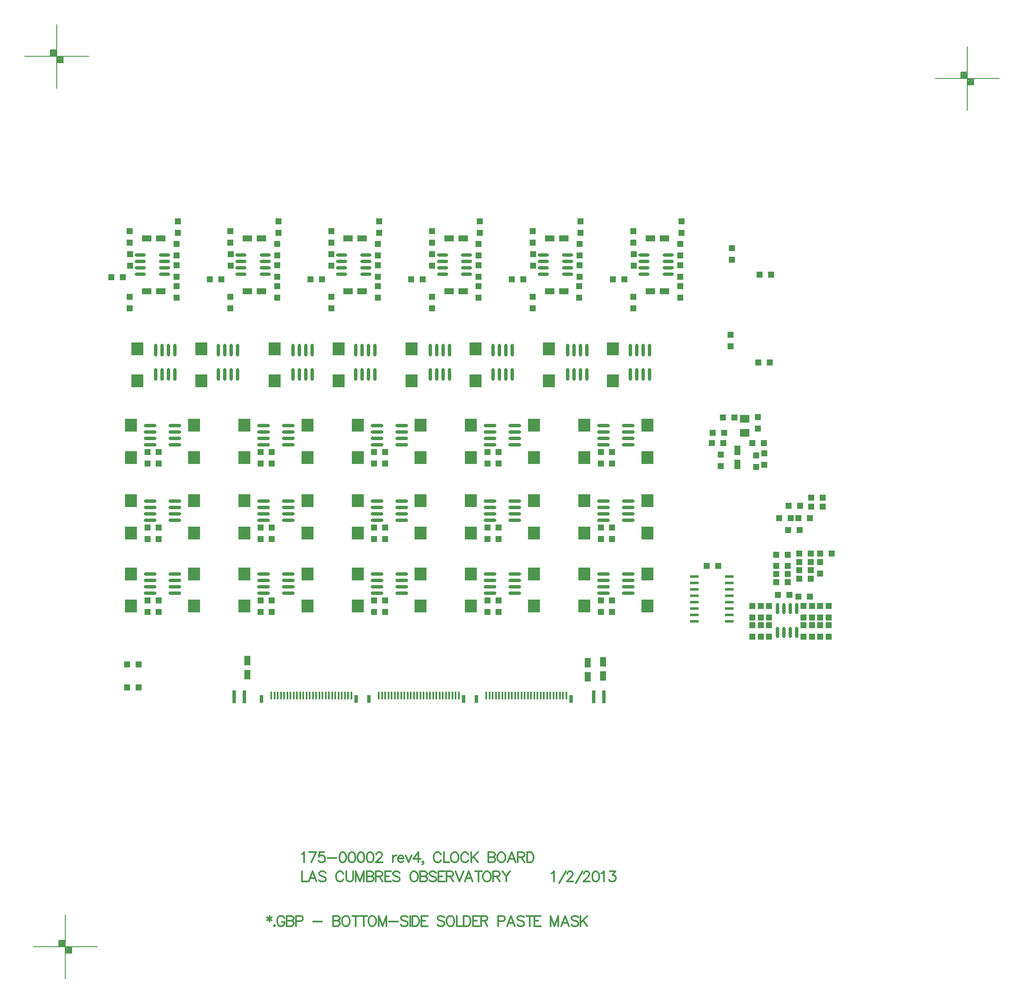
<source format=gbp>
%FSLAX23Y23*%
%MOIN*%
G70*
G01*
G75*
G04 Layer_Color=128*
%ADD10O,0.061X0.010*%
%ADD11O,0.010X0.061*%
%ADD12R,0.035X0.037*%
%ADD13R,0.035X0.037*%
%ADD14R,0.085X0.043*%
%ADD15R,0.085X0.043*%
%ADD16R,0.085X0.138*%
%ADD17R,0.135X0.070*%
%ADD18R,0.036X0.036*%
%ADD19R,0.028X0.036*%
%ADD20R,0.036X0.036*%
%ADD21R,0.100X0.100*%
%ADD22R,0.048X0.078*%
%ADD23R,0.060X0.086*%
%ADD24O,0.024X0.087*%
%ADD25R,0.045X0.017*%
%ADD26R,0.030X0.100*%
%ADD27R,0.014X0.060*%
%ADD28R,0.031X0.060*%
%ADD29O,0.008X0.033*%
%ADD30O,0.033X0.008*%
%ADD31R,0.228X0.228*%
%ADD32O,0.098X0.028*%
%ADD33R,0.050X0.050*%
%ADD34R,0.050X0.050*%
%ADD35R,0.037X0.035*%
%ADD36R,0.037X0.035*%
%ADD37R,0.070X0.135*%
%ADD38R,0.138X0.085*%
%ADD39R,0.043X0.085*%
%ADD40R,0.043X0.085*%
%ADD41C,0.040*%
%ADD42C,0.005*%
%ADD43C,0.010*%
%ADD44C,0.020*%
%ADD45C,0.007*%
%ADD46C,0.012*%
%ADD47R,1.181X0.787*%
%ADD48C,0.008*%
%ADD49C,0.012*%
%ADD50C,0.012*%
%ADD51C,0.020*%
%ADD52C,0.026*%
%ADD53C,0.059*%
%ADD54R,0.059X0.059*%
%ADD55C,0.050*%
%ADD56C,0.236*%
%ADD57C,0.024*%
%ADD58C,0.040*%
%ADD59C,0.030*%
%ADD60C,0.033*%
%ADD61C,0.055*%
G04:AMPARAMS|DCode=62|XSize=70mil|YSize=70mil|CornerRadius=0mil|HoleSize=0mil|Usage=FLASHONLY|Rotation=0.000|XOffset=0mil|YOffset=0mil|HoleType=Round|Shape=Relief|Width=10mil|Gap=10mil|Entries=4|*
%AMTHD62*
7,0,0,0.070,0.050,0.010,45*
%
%ADD62THD62*%
G04:AMPARAMS|DCode=63|XSize=95.433mil|YSize=95.433mil|CornerRadius=0mil|HoleSize=0mil|Usage=FLASHONLY|Rotation=0.000|XOffset=0mil|YOffset=0mil|HoleType=Round|Shape=Relief|Width=10mil|Gap=10mil|Entries=4|*
%AMTHD63*
7,0,0,0.095,0.075,0.010,45*
%
%ADD63THD63*%
%ADD64C,0.045*%
%ADD65R,0.065X0.024*%
%ADD66R,0.094X0.102*%
%ADD67R,0.075X0.063*%
%ADD68O,0.028X0.098*%
%ADD69O,0.087X0.024*%
%ADD70R,0.078X0.048*%
%ADD71R,1.181X0.787*%
%ADD72C,0.010*%
%ADD73C,0.024*%
%ADD74C,0.010*%
%ADD75C,0.008*%
%ADD76C,0.006*%
%ADD77R,0.240X0.165*%
%ADD78R,1.181X0.787*%
%ADD79O,0.065X0.014*%
%ADD80O,0.014X0.065*%
%ADD81R,0.039X0.041*%
%ADD82R,0.039X0.041*%
%ADD83R,0.089X0.047*%
%ADD84R,0.089X0.047*%
%ADD85R,0.089X0.142*%
%ADD86R,0.139X0.074*%
%ADD87R,0.040X0.040*%
%ADD88R,0.032X0.040*%
%ADD89R,0.040X0.040*%
%ADD90R,0.104X0.104*%
%ADD91R,0.052X0.082*%
%ADD92R,0.064X0.090*%
%ADD93O,0.028X0.091*%
%ADD94R,0.049X0.021*%
%ADD95O,0.012X0.037*%
%ADD96O,0.037X0.012*%
%ADD97R,0.232X0.232*%
%ADD98O,0.102X0.032*%
%ADD99R,0.054X0.054*%
%ADD100R,0.054X0.054*%
%ADD101R,0.041X0.039*%
%ADD102R,0.041X0.039*%
%ADD103R,0.074X0.139*%
%ADD104R,0.142X0.089*%
%ADD105R,0.047X0.089*%
%ADD106R,0.047X0.089*%
%ADD107C,0.120*%
%ADD108C,0.080*%
%ADD109C,0.030*%
%ADD110C,0.063*%
%ADD111R,0.063X0.063*%
%ADD112C,0.054*%
%ADD113C,0.240*%
%ADD114C,0.028*%
%ADD115R,1.099X0.163*%
%ADD116R,0.069X0.028*%
%ADD117R,0.098X0.106*%
%ADD118R,0.079X0.067*%
%ADD119O,0.032X0.102*%
%ADD120O,0.091X0.028*%
%ADD121R,0.082X0.052*%
D22*
X26366Y17720D02*
D03*
Y17610D02*
D03*
X25196Y16060D02*
D03*
Y15950D02*
D03*
X25316Y16065D02*
D03*
Y15955D02*
D03*
X22536Y15965D02*
D03*
Y16075D02*
D03*
D24*
X26678Y16484D02*
D03*
X26728D02*
D03*
X26778D02*
D03*
X26828D02*
D03*
X26678Y16295D02*
D03*
X26728D02*
D03*
X26778D02*
D03*
X26828D02*
D03*
D26*
X25320Y15794D02*
D03*
X25241D02*
D03*
X22510Y15794D02*
D03*
X22431D02*
D03*
D27*
X23347Y15803D02*
D03*
X22722D02*
D03*
X25028Y15804D02*
D03*
X25003D02*
D03*
X24978D02*
D03*
X24953D02*
D03*
X24928D02*
D03*
X24903D02*
D03*
X24878D02*
D03*
X24853D02*
D03*
X24828D02*
D03*
X24803D02*
D03*
X24778D02*
D03*
X24753D02*
D03*
X24728D02*
D03*
X24703D02*
D03*
X24678D02*
D03*
X24653D02*
D03*
X24628D02*
D03*
X24603D02*
D03*
X24578D02*
D03*
X24553D02*
D03*
X24528D02*
D03*
X24503D02*
D03*
X24478D02*
D03*
X24453D02*
D03*
X24428D02*
D03*
X24403D02*
D03*
X24187Y15803D02*
D03*
X24162D02*
D03*
X24137D02*
D03*
X24112D02*
D03*
X24087D02*
D03*
X24062D02*
D03*
X24037D02*
D03*
X24012D02*
D03*
X23987D02*
D03*
X23962D02*
D03*
X23937D02*
D03*
X23912D02*
D03*
X23887D02*
D03*
X23862D02*
D03*
X23837D02*
D03*
X23812D02*
D03*
X23787D02*
D03*
X23762D02*
D03*
X23737D02*
D03*
X23712D02*
D03*
X23687D02*
D03*
X23662D02*
D03*
X23637D02*
D03*
X23612D02*
D03*
X23587D02*
D03*
X23562D02*
D03*
X23322D02*
D03*
X23297D02*
D03*
X23272D02*
D03*
X23247D02*
D03*
X23222D02*
D03*
X23197D02*
D03*
X23172D02*
D03*
X23147D02*
D03*
X23122D02*
D03*
X23097D02*
D03*
X23072D02*
D03*
X23047D02*
D03*
X23022D02*
D03*
X22997D02*
D03*
X22972D02*
D03*
X22947D02*
D03*
X22922D02*
D03*
X22897D02*
D03*
X22872D02*
D03*
X22847D02*
D03*
X22822D02*
D03*
X22797D02*
D03*
X22772D02*
D03*
X22747D02*
D03*
D28*
X25065Y15776D02*
D03*
X24325D02*
D03*
X24225D02*
D03*
X23485D02*
D03*
X23385D02*
D03*
X22645D02*
D03*
D32*
X24433Y16603D02*
D03*
Y16653D02*
D03*
Y16703D02*
D03*
Y16753D02*
D03*
X24626Y16603D02*
D03*
Y16653D02*
D03*
Y16703D02*
D03*
Y16753D02*
D03*
X23547Y16603D02*
D03*
Y16653D02*
D03*
Y16703D02*
D03*
Y16753D02*
D03*
X23740Y16603D02*
D03*
Y16653D02*
D03*
Y16703D02*
D03*
Y16753D02*
D03*
X23547Y17174D02*
D03*
Y17224D02*
D03*
Y17274D02*
D03*
Y17324D02*
D03*
X23740Y17174D02*
D03*
Y17224D02*
D03*
Y17274D02*
D03*
Y17324D02*
D03*
X22661Y17174D02*
D03*
Y17224D02*
D03*
Y17274D02*
D03*
Y17324D02*
D03*
X22854Y17174D02*
D03*
Y17224D02*
D03*
Y17274D02*
D03*
Y17324D02*
D03*
X25511Y16753D02*
D03*
Y16703D02*
D03*
Y16653D02*
D03*
Y16603D02*
D03*
X25319Y16753D02*
D03*
Y16703D02*
D03*
Y16653D02*
D03*
Y16603D02*
D03*
X22854Y16753D02*
D03*
Y16703D02*
D03*
Y16653D02*
D03*
Y16603D02*
D03*
X22661Y16753D02*
D03*
Y16703D02*
D03*
Y16653D02*
D03*
Y16603D02*
D03*
X21968Y16753D02*
D03*
Y16703D02*
D03*
Y16653D02*
D03*
Y16603D02*
D03*
X21775Y16753D02*
D03*
Y16703D02*
D03*
Y16653D02*
D03*
Y16603D02*
D03*
X25511Y17324D02*
D03*
Y17274D02*
D03*
Y17224D02*
D03*
Y17174D02*
D03*
X25319Y17324D02*
D03*
Y17274D02*
D03*
Y17224D02*
D03*
Y17174D02*
D03*
X24626Y17324D02*
D03*
Y17274D02*
D03*
Y17224D02*
D03*
Y17174D02*
D03*
X24433Y17324D02*
D03*
Y17274D02*
D03*
Y17224D02*
D03*
Y17174D02*
D03*
X21968Y17324D02*
D03*
Y17274D02*
D03*
Y17224D02*
D03*
Y17174D02*
D03*
X21775Y17324D02*
D03*
Y17274D02*
D03*
Y17224D02*
D03*
Y17174D02*
D03*
X21968Y17914D02*
D03*
Y17864D02*
D03*
Y17814D02*
D03*
Y17764D02*
D03*
X21775Y17914D02*
D03*
Y17864D02*
D03*
Y17814D02*
D03*
Y17764D02*
D03*
X23740Y17914D02*
D03*
Y17864D02*
D03*
Y17814D02*
D03*
Y17764D02*
D03*
X23547Y17914D02*
D03*
Y17864D02*
D03*
Y17814D02*
D03*
Y17764D02*
D03*
X24626Y17914D02*
D03*
Y17864D02*
D03*
Y17814D02*
D03*
Y17764D02*
D03*
X24433Y17914D02*
D03*
Y17864D02*
D03*
Y17814D02*
D03*
Y17764D02*
D03*
X22661D02*
D03*
Y17814D02*
D03*
Y17864D02*
D03*
Y17914D02*
D03*
X22854Y17764D02*
D03*
Y17814D02*
D03*
Y17864D02*
D03*
Y17914D02*
D03*
X25319Y17764D02*
D03*
Y17814D02*
D03*
Y17864D02*
D03*
Y17914D02*
D03*
X25511Y17764D02*
D03*
Y17814D02*
D03*
Y17864D02*
D03*
Y17914D02*
D03*
D33*
X26669Y16689D02*
D03*
X26759D02*
D03*
X26124Y16817D02*
D03*
X26214D02*
D03*
X26770Y16588D02*
D03*
X26680D02*
D03*
X26841Y16577D02*
D03*
X26931D02*
D03*
X27031Y17280D02*
D03*
X26941D02*
D03*
X26618Y18407D02*
D03*
X26528D02*
D03*
X26627Y19094D02*
D03*
X26537D02*
D03*
X26171Y17855D02*
D03*
X26261D02*
D03*
X26251Y17975D02*
D03*
X26341D02*
D03*
X26765Y17285D02*
D03*
X26855D02*
D03*
X26166Y17775D02*
D03*
X26256D02*
D03*
X26760Y17095D02*
D03*
X26850D02*
D03*
X26571Y17775D02*
D03*
X26481D02*
D03*
X26938Y16847D02*
D03*
X26848D02*
D03*
X26668Y16902D02*
D03*
X26758D02*
D03*
X21595Y16045D02*
D03*
X21685D02*
D03*
X21685Y15865D02*
D03*
X21595D02*
D03*
X26780Y17190D02*
D03*
X26690D02*
D03*
X26840Y17190D02*
D03*
X26930D02*
D03*
X26938Y16782D02*
D03*
X26848D02*
D03*
X26940Y17350D02*
D03*
X27030D02*
D03*
X27013Y16912D02*
D03*
X27103D02*
D03*
X26848Y16717D02*
D03*
X26938D02*
D03*
X26758Y16752D02*
D03*
X26668D02*
D03*
X26758Y16817D02*
D03*
X26668D02*
D03*
X26938Y16912D02*
D03*
X26848D02*
D03*
X21562Y19072D02*
D03*
X21472D02*
D03*
X22331Y19056D02*
D03*
X22241D02*
D03*
X23119D02*
D03*
X23029D02*
D03*
X23906D02*
D03*
X23816D02*
D03*
X24693D02*
D03*
X24603D02*
D03*
X25391D02*
D03*
X25481D02*
D03*
D34*
X26313Y18532D02*
D03*
Y18622D02*
D03*
X26322Y19209D02*
D03*
Y19299D02*
D03*
X26236Y17595D02*
D03*
Y17685D02*
D03*
X26511Y17590D02*
D03*
Y17680D02*
D03*
X26526Y17980D02*
D03*
Y17890D02*
D03*
X26576Y17695D02*
D03*
Y17605D02*
D03*
X27078Y16414D02*
D03*
Y16504D02*
D03*
X26948Y16414D02*
D03*
Y16504D02*
D03*
X27013Y16504D02*
D03*
Y16414D02*
D03*
X26883Y16504D02*
D03*
Y16414D02*
D03*
X26483Y16504D02*
D03*
Y16414D02*
D03*
X27078Y16264D02*
D03*
Y16354D02*
D03*
X26883Y16354D02*
D03*
Y16264D02*
D03*
X26948D02*
D03*
Y16354D02*
D03*
X27013Y16757D02*
D03*
Y16847D02*
D03*
X24411Y16546D02*
D03*
Y16456D02*
D03*
X23525Y16546D02*
D03*
Y16456D02*
D03*
Y17116D02*
D03*
Y17026D02*
D03*
X22639Y17116D02*
D03*
Y17026D02*
D03*
X24498Y16456D02*
D03*
Y16546D02*
D03*
X23612Y16456D02*
D03*
Y16546D02*
D03*
Y17026D02*
D03*
Y17116D02*
D03*
X22726Y17026D02*
D03*
Y17116D02*
D03*
X25297Y16456D02*
D03*
Y16546D02*
D03*
X22639Y16456D02*
D03*
Y16546D02*
D03*
X21754Y16456D02*
D03*
Y16546D02*
D03*
X25297Y17026D02*
D03*
Y17116D02*
D03*
X24411Y17026D02*
D03*
Y17116D02*
D03*
X21754Y17026D02*
D03*
Y17116D02*
D03*
X25384Y16546D02*
D03*
Y16456D02*
D03*
X22726Y16546D02*
D03*
Y16456D02*
D03*
X21840Y16546D02*
D03*
Y16456D02*
D03*
X25384Y17116D02*
D03*
Y17026D02*
D03*
X24498Y17116D02*
D03*
Y17026D02*
D03*
X21840Y17116D02*
D03*
Y17026D02*
D03*
X21990Y19420D02*
D03*
Y19510D02*
D03*
X22777Y19420D02*
D03*
Y19510D02*
D03*
X23564Y19420D02*
D03*
Y19510D02*
D03*
X24352Y19420D02*
D03*
Y19510D02*
D03*
X25139Y19420D02*
D03*
Y19510D02*
D03*
X25927D02*
D03*
Y19420D02*
D03*
X21617Y19164D02*
D03*
Y19254D02*
D03*
X22404Y19164D02*
D03*
Y19254D02*
D03*
X23192Y19164D02*
D03*
Y19254D02*
D03*
X23979Y19164D02*
D03*
Y19254D02*
D03*
X24767Y19164D02*
D03*
Y19254D02*
D03*
X25554Y19164D02*
D03*
Y19254D02*
D03*
X21616Y18829D02*
D03*
Y18919D02*
D03*
X22403Y18829D02*
D03*
Y18919D02*
D03*
X23190Y18829D02*
D03*
Y18919D02*
D03*
X23978Y18829D02*
D03*
Y18919D02*
D03*
X24765Y18829D02*
D03*
Y18919D02*
D03*
X25553Y18829D02*
D03*
Y18919D02*
D03*
X21981Y19165D02*
D03*
Y19075D02*
D03*
X22769Y19165D02*
D03*
Y19075D02*
D03*
X23556Y19165D02*
D03*
Y19075D02*
D03*
X24343Y19165D02*
D03*
Y19075D02*
D03*
X25131Y19165D02*
D03*
Y19075D02*
D03*
X25918Y19165D02*
D03*
Y19075D02*
D03*
X21840Y17707D02*
D03*
Y17617D02*
D03*
X23612Y17707D02*
D03*
Y17617D02*
D03*
X24498Y17707D02*
D03*
Y17617D02*
D03*
X21754D02*
D03*
Y17707D02*
D03*
X23525Y17617D02*
D03*
Y17707D02*
D03*
X24411Y17617D02*
D03*
Y17707D02*
D03*
X21616Y19431D02*
D03*
Y19341D02*
D03*
X22403Y19431D02*
D03*
Y19341D02*
D03*
X23190Y19431D02*
D03*
Y19341D02*
D03*
X23978Y19431D02*
D03*
Y19341D02*
D03*
X24765Y19431D02*
D03*
Y19341D02*
D03*
X25553D02*
D03*
Y19431D02*
D03*
X21980Y19004D02*
D03*
Y18914D02*
D03*
X22767Y19004D02*
D03*
Y18914D02*
D03*
X23555Y19004D02*
D03*
Y18914D02*
D03*
X24342Y19004D02*
D03*
Y18914D02*
D03*
X25129Y19004D02*
D03*
Y18914D02*
D03*
X25917Y19004D02*
D03*
Y18914D02*
D03*
X21981Y19333D02*
D03*
Y19243D02*
D03*
X22769Y19333D02*
D03*
Y19243D02*
D03*
X23556Y19333D02*
D03*
Y19243D02*
D03*
X24343Y19333D02*
D03*
Y19243D02*
D03*
X25131Y19333D02*
D03*
Y19243D02*
D03*
X25918D02*
D03*
Y19333D02*
D03*
X22726Y17617D02*
D03*
Y17707D02*
D03*
X25384Y17617D02*
D03*
Y17707D02*
D03*
X22639D02*
D03*
Y17617D02*
D03*
X25297Y17707D02*
D03*
Y17617D02*
D03*
X27013Y16264D02*
D03*
Y16354D02*
D03*
X26548Y16354D02*
D03*
Y16264D02*
D03*
X26612Y16354D02*
D03*
Y16264D02*
D03*
X26483Y16264D02*
D03*
Y16354D02*
D03*
X26548Y16414D02*
D03*
Y16504D02*
D03*
X26612Y16414D02*
D03*
Y16504D02*
D03*
D48*
X20861Y13840D02*
X21361D01*
X21111Y13590D02*
Y14090D01*
X21061Y13840D02*
Y13890D01*
X21111D01*
X21161Y13790D02*
Y13840D01*
X21111Y13790D02*
X21161D01*
X21116Y13835D02*
X21156D01*
Y13795D02*
Y13835D01*
X21116Y13795D02*
X21156D01*
X21116D02*
Y13835D01*
X21121Y13830D02*
X21151D01*
Y13800D02*
Y13830D01*
X21121Y13800D02*
X21151D01*
X21121D02*
Y13825D01*
X21126D02*
X21146D01*
Y13805D02*
Y13825D01*
X21126Y13805D02*
X21146D01*
X21126D02*
Y13820D01*
X21131D02*
X21141D01*
Y13810D02*
Y13820D01*
X21131Y13810D02*
X21141D01*
X21131D02*
Y13820D01*
Y13815D02*
X21141D01*
X21066Y13885D02*
X21106D01*
Y13845D02*
Y13885D01*
X21066Y13845D02*
X21106D01*
X21066D02*
Y13885D01*
X21071Y13880D02*
X21101D01*
Y13850D02*
Y13880D01*
X21071Y13850D02*
X21101D01*
X21071D02*
Y13875D01*
X21076D02*
X21096D01*
Y13855D02*
Y13875D01*
X21076Y13855D02*
X21096D01*
X21076D02*
Y13870D01*
X21081D02*
X21091D01*
Y13860D02*
Y13870D01*
X21081Y13860D02*
X21091D01*
X21081D02*
Y13870D01*
Y13865D02*
X21091D01*
X20796Y20800D02*
X21296D01*
X21046Y20550D02*
Y21050D01*
X20996Y20800D02*
Y20850D01*
X21046D01*
X21096Y20750D02*
Y20800D01*
X21046Y20750D02*
X21096D01*
X21051Y20795D02*
X21091D01*
Y20755D02*
Y20795D01*
X21051Y20755D02*
X21091D01*
X21051D02*
Y20795D01*
X21056Y20790D02*
X21086D01*
Y20760D02*
Y20790D01*
X21056Y20760D02*
X21086D01*
X21056D02*
Y20785D01*
X21061D02*
X21081D01*
Y20765D02*
Y20785D01*
X21061Y20765D02*
X21081D01*
X21061D02*
Y20780D01*
X21066D02*
X21076D01*
Y20770D02*
Y20780D01*
X21066Y20770D02*
X21076D01*
X21066D02*
Y20780D01*
Y20775D02*
X21076D01*
X21001Y20845D02*
X21041D01*
Y20805D02*
Y20845D01*
X21001Y20805D02*
X21041D01*
X21001D02*
Y20845D01*
X21006Y20840D02*
X21036D01*
Y20810D02*
Y20840D01*
X21006Y20810D02*
X21036D01*
X21006D02*
Y20835D01*
X21011D02*
X21031D01*
Y20815D02*
Y20835D01*
X21011Y20815D02*
X21031D01*
X21011D02*
Y20830D01*
X21016D02*
X21026D01*
Y20820D02*
Y20830D01*
X21016Y20820D02*
X21026D01*
X21016D02*
Y20830D01*
Y20825D02*
X21026D01*
X27911Y20625D02*
X28411D01*
X28161Y20375D02*
Y20875D01*
X28111Y20625D02*
Y20675D01*
X28161D01*
X28211Y20575D02*
Y20625D01*
X28161Y20575D02*
X28211D01*
X28166Y20620D02*
X28206D01*
Y20580D02*
Y20620D01*
X28166Y20580D02*
X28206D01*
X28166D02*
Y20620D01*
X28171Y20615D02*
X28201D01*
Y20585D02*
Y20615D01*
X28171Y20585D02*
X28201D01*
X28171D02*
Y20610D01*
X28176D02*
X28196D01*
Y20590D02*
Y20610D01*
X28176Y20590D02*
X28196D01*
X28176D02*
Y20605D01*
X28181D02*
X28191D01*
Y20595D02*
Y20605D01*
X28181Y20595D02*
X28191D01*
X28181D02*
Y20605D01*
Y20600D02*
X28191D01*
X28116Y20670D02*
X28156D01*
Y20630D02*
Y20670D01*
X28116Y20630D02*
X28156D01*
X28116D02*
Y20670D01*
X28121Y20665D02*
X28151D01*
Y20635D02*
Y20665D01*
X28121Y20635D02*
X28151D01*
X28121D02*
Y20660D01*
X28126D02*
X28146D01*
Y20640D02*
Y20660D01*
X28126Y20640D02*
X28146D01*
X28126D02*
Y20655D01*
X28131D02*
X28141D01*
Y20645D02*
Y20655D01*
X28131Y20645D02*
X28141D01*
X28131D02*
Y20655D01*
Y20650D02*
X28141D01*
D49*
X22960Y14428D02*
Y14348D01*
X23006D01*
X23076D02*
X23045Y14428D01*
X23015Y14348D01*
X23026Y14375D02*
X23064D01*
X23148Y14417D02*
X23140Y14424D01*
X23129Y14428D01*
X23113D01*
X23102Y14424D01*
X23094Y14417D01*
Y14409D01*
X23098Y14401D01*
X23102Y14398D01*
X23110Y14394D01*
X23132Y14386D01*
X23140Y14382D01*
X23144Y14379D01*
X23148Y14371D01*
Y14360D01*
X23140Y14352D01*
X23129Y14348D01*
X23113D01*
X23102Y14352D01*
X23094Y14360D01*
X23286Y14409D02*
X23282Y14417D01*
X23274Y14424D01*
X23267Y14428D01*
X23251D01*
X23244Y14424D01*
X23236Y14417D01*
X23232Y14409D01*
X23228Y14398D01*
Y14379D01*
X23232Y14367D01*
X23236Y14360D01*
X23244Y14352D01*
X23251Y14348D01*
X23267D01*
X23274Y14352D01*
X23282Y14360D01*
X23286Y14367D01*
X23308Y14428D02*
Y14371D01*
X23312Y14360D01*
X23319Y14352D01*
X23331Y14348D01*
X23339D01*
X23350Y14352D01*
X23358Y14360D01*
X23361Y14371D01*
Y14428D01*
X23383D02*
Y14348D01*
Y14428D02*
X23414Y14348D01*
X23444Y14428D02*
X23414Y14348D01*
X23444Y14428D02*
Y14348D01*
X23467Y14428D02*
Y14348D01*
Y14428D02*
X23502D01*
X23513Y14424D01*
X23517Y14420D01*
X23521Y14413D01*
Y14405D01*
X23517Y14398D01*
X23513Y14394D01*
X23502Y14390D01*
X23467D02*
X23502D01*
X23513Y14386D01*
X23517Y14382D01*
X23521Y14375D01*
Y14363D01*
X23517Y14356D01*
X23513Y14352D01*
X23502Y14348D01*
X23467D01*
X23538Y14428D02*
Y14348D01*
Y14428D02*
X23573D01*
X23584Y14424D01*
X23588Y14420D01*
X23592Y14413D01*
Y14405D01*
X23588Y14398D01*
X23584Y14394D01*
X23573Y14390D01*
X23538D01*
X23565D02*
X23592Y14348D01*
X23659Y14428D02*
X23610D01*
Y14348D01*
X23659D01*
X23610Y14390D02*
X23640D01*
X23726Y14417D02*
X23718Y14424D01*
X23707Y14428D01*
X23692D01*
X23680Y14424D01*
X23673Y14417D01*
Y14409D01*
X23676Y14401D01*
X23680Y14398D01*
X23688Y14394D01*
X23711Y14386D01*
X23718Y14382D01*
X23722Y14379D01*
X23726Y14371D01*
Y14360D01*
X23718Y14352D01*
X23707Y14348D01*
X23692D01*
X23680Y14352D01*
X23673Y14360D01*
X23829Y14428D02*
X23822Y14424D01*
X23814Y14417D01*
X23810Y14409D01*
X23807Y14398D01*
Y14379D01*
X23810Y14367D01*
X23814Y14360D01*
X23822Y14352D01*
X23829Y14348D01*
X23845D01*
X23852Y14352D01*
X23860Y14360D01*
X23864Y14367D01*
X23868Y14379D01*
Y14398D01*
X23864Y14409D01*
X23860Y14417D01*
X23852Y14424D01*
X23845Y14428D01*
X23829D01*
X23886D02*
Y14348D01*
Y14428D02*
X23920D01*
X23932Y14424D01*
X23936Y14420D01*
X23940Y14413D01*
Y14405D01*
X23936Y14398D01*
X23932Y14394D01*
X23920Y14390D01*
X23886D02*
X23920D01*
X23932Y14386D01*
X23936Y14382D01*
X23940Y14375D01*
Y14363D01*
X23936Y14356D01*
X23932Y14352D01*
X23920Y14348D01*
X23886D01*
X24011Y14417D02*
X24003Y14424D01*
X23992Y14428D01*
X23976D01*
X23965Y14424D01*
X23957Y14417D01*
Y14409D01*
X23961Y14401D01*
X23965Y14398D01*
X23973Y14394D01*
X23996Y14386D01*
X24003Y14382D01*
X24007Y14379D01*
X24011Y14371D01*
Y14360D01*
X24003Y14352D01*
X23992Y14348D01*
X23976D01*
X23965Y14352D01*
X23957Y14360D01*
X24078Y14428D02*
X24029D01*
Y14348D01*
X24078D01*
X24029Y14390D02*
X24059D01*
X24091Y14428D02*
Y14348D01*
Y14428D02*
X24126D01*
X24137Y14424D01*
X24141Y14420D01*
X24145Y14413D01*
Y14405D01*
X24141Y14398D01*
X24137Y14394D01*
X24126Y14390D01*
X24091D01*
X24118D02*
X24145Y14348D01*
X24163Y14428D02*
X24193Y14348D01*
X24224Y14428D02*
X24193Y14348D01*
X24295D02*
X24264Y14428D01*
X24234Y14348D01*
X24245Y14375D02*
X24283D01*
X24340Y14428D02*
Y14348D01*
X24314Y14428D02*
X24367D01*
X24399D02*
X24392Y14424D01*
X24384Y14417D01*
X24380Y14409D01*
X24376Y14398D01*
Y14379D01*
X24380Y14367D01*
X24384Y14360D01*
X24392Y14352D01*
X24399Y14348D01*
X24414D01*
X24422Y14352D01*
X24430Y14360D01*
X24434Y14367D01*
X24437Y14379D01*
Y14398D01*
X24434Y14409D01*
X24430Y14417D01*
X24422Y14424D01*
X24414Y14428D01*
X24399D01*
X24456D02*
Y14348D01*
Y14428D02*
X24490D01*
X24502Y14424D01*
X24505Y14420D01*
X24509Y14413D01*
Y14405D01*
X24505Y14398D01*
X24502Y14394D01*
X24490Y14390D01*
X24456D01*
X24483D02*
X24509Y14348D01*
X24527Y14428D02*
X24558Y14390D01*
Y14348D01*
X24588Y14428D02*
X24558Y14390D01*
X24913Y14413D02*
X24920Y14417D01*
X24932Y14428D01*
Y14348D01*
X24971Y14337D02*
X25025Y14428D01*
X25034Y14409D02*
Y14413D01*
X25038Y14420D01*
X25041Y14424D01*
X25049Y14428D01*
X25064D01*
X25072Y14424D01*
X25076Y14420D01*
X25079Y14413D01*
Y14405D01*
X25076Y14398D01*
X25068Y14386D01*
X25030Y14348D01*
X25083D01*
X25101Y14337D02*
X25154Y14428D01*
X25164Y14409D02*
Y14413D01*
X25167Y14420D01*
X25171Y14424D01*
X25179Y14428D01*
X25194D01*
X25202Y14424D01*
X25206Y14420D01*
X25209Y14413D01*
Y14405D01*
X25206Y14398D01*
X25198Y14386D01*
X25160Y14348D01*
X25213D01*
X25254Y14428D02*
X25242Y14424D01*
X25235Y14413D01*
X25231Y14394D01*
Y14382D01*
X25235Y14363D01*
X25242Y14352D01*
X25254Y14348D01*
X25262D01*
X25273Y14352D01*
X25281Y14363D01*
X25284Y14382D01*
Y14394D01*
X25281Y14413D01*
X25273Y14424D01*
X25262Y14428D01*
X25254D01*
X25302Y14413D02*
X25310Y14417D01*
X25321Y14428D01*
Y14348D01*
X25369Y14428D02*
X25410D01*
X25388Y14398D01*
X25399D01*
X25407Y14394D01*
X25410Y14390D01*
X25414Y14379D01*
Y14371D01*
X25410Y14360D01*
X25403Y14352D01*
X25391Y14348D01*
X25380D01*
X25369Y14352D01*
X25365Y14356D01*
X25361Y14363D01*
D50*
X22707Y14080D02*
Y14035D01*
X22688Y14069D02*
X22726Y14046D01*
Y14069D02*
X22688Y14046D01*
X22747Y14008D02*
X22743Y14004D01*
X22747Y14000D01*
X22750Y14004D01*
X22747Y14008D01*
X22825Y14061D02*
X22821Y14069D01*
X22814Y14077D01*
X22806Y14080D01*
X22791D01*
X22783Y14077D01*
X22775Y14069D01*
X22772Y14061D01*
X22768Y14050D01*
Y14031D01*
X22772Y14020D01*
X22775Y14012D01*
X22783Y14004D01*
X22791Y14000D01*
X22806D01*
X22814Y14004D01*
X22821Y14012D01*
X22825Y14020D01*
Y14031D01*
X22806D02*
X22825D01*
X22843Y14080D02*
Y14000D01*
Y14080D02*
X22878D01*
X22889Y14077D01*
X22893Y14073D01*
X22897Y14065D01*
Y14058D01*
X22893Y14050D01*
X22889Y14046D01*
X22878Y14042D01*
X22843D02*
X22878D01*
X22889Y14039D01*
X22893Y14035D01*
X22897Y14027D01*
Y14016D01*
X22893Y14008D01*
X22889Y14004D01*
X22878Y14000D01*
X22843D01*
X22914Y14039D02*
X22949D01*
X22960Y14042D01*
X22964Y14046D01*
X22968Y14054D01*
Y14065D01*
X22964Y14073D01*
X22960Y14077D01*
X22949Y14080D01*
X22914D01*
Y14000D01*
X23049Y14035D02*
X23117D01*
X23204Y14080D02*
Y14000D01*
Y14080D02*
X23238D01*
X23249Y14077D01*
X23253Y14073D01*
X23257Y14065D01*
Y14058D01*
X23253Y14050D01*
X23249Y14046D01*
X23238Y14042D01*
X23204D02*
X23238D01*
X23249Y14039D01*
X23253Y14035D01*
X23257Y14027D01*
Y14016D01*
X23253Y14008D01*
X23249Y14004D01*
X23238Y14000D01*
X23204D01*
X23298Y14080D02*
X23290Y14077D01*
X23282Y14069D01*
X23279Y14061D01*
X23275Y14050D01*
Y14031D01*
X23279Y14020D01*
X23282Y14012D01*
X23290Y14004D01*
X23298Y14000D01*
X23313D01*
X23321Y14004D01*
X23328Y14012D01*
X23332Y14020D01*
X23336Y14031D01*
Y14050D01*
X23332Y14061D01*
X23328Y14069D01*
X23321Y14077D01*
X23313Y14080D01*
X23298D01*
X23381D02*
Y14000D01*
X23354Y14080D02*
X23408D01*
X23444D02*
Y14000D01*
X23417Y14080D02*
X23471D01*
X23503D02*
X23495Y14077D01*
X23488Y14069D01*
X23484Y14061D01*
X23480Y14050D01*
Y14031D01*
X23484Y14020D01*
X23488Y14012D01*
X23495Y14004D01*
X23503Y14000D01*
X23518D01*
X23526Y14004D01*
X23533Y14012D01*
X23537Y14020D01*
X23541Y14031D01*
Y14050D01*
X23537Y14061D01*
X23533Y14069D01*
X23526Y14077D01*
X23518Y14080D01*
X23503D01*
X23560D02*
Y14000D01*
Y14080D02*
X23590Y14000D01*
X23621Y14080D02*
X23590Y14000D01*
X23621Y14080D02*
Y14000D01*
X23643Y14035D02*
X23712D01*
X23789Y14069D02*
X23781Y14077D01*
X23770Y14080D01*
X23755D01*
X23743Y14077D01*
X23736Y14069D01*
Y14061D01*
X23739Y14054D01*
X23743Y14050D01*
X23751Y14046D01*
X23774Y14039D01*
X23781Y14035D01*
X23785Y14031D01*
X23789Y14023D01*
Y14012D01*
X23781Y14004D01*
X23770Y14000D01*
X23755D01*
X23743Y14004D01*
X23736Y14012D01*
X23807Y14080D02*
Y14000D01*
X23824Y14080D02*
Y14000D01*
Y14080D02*
X23850D01*
X23862Y14077D01*
X23869Y14069D01*
X23873Y14061D01*
X23877Y14050D01*
Y14031D01*
X23873Y14020D01*
X23869Y14012D01*
X23862Y14004D01*
X23850Y14000D01*
X23824D01*
X23944Y14080D02*
X23895D01*
Y14000D01*
X23944D01*
X23895Y14042D02*
X23925D01*
X24074Y14069D02*
X24066Y14077D01*
X24055Y14080D01*
X24040D01*
X24028Y14077D01*
X24021Y14069D01*
Y14061D01*
X24024Y14054D01*
X24028Y14050D01*
X24036Y14046D01*
X24059Y14039D01*
X24066Y14035D01*
X24070Y14031D01*
X24074Y14023D01*
Y14012D01*
X24066Y14004D01*
X24055Y14000D01*
X24040D01*
X24028Y14004D01*
X24021Y14012D01*
X24115Y14080D02*
X24107Y14077D01*
X24099Y14069D01*
X24096Y14061D01*
X24092Y14050D01*
Y14031D01*
X24096Y14020D01*
X24099Y14012D01*
X24107Y14004D01*
X24115Y14000D01*
X24130D01*
X24137Y14004D01*
X24145Y14012D01*
X24149Y14020D01*
X24153Y14031D01*
Y14050D01*
X24149Y14061D01*
X24145Y14069D01*
X24137Y14077D01*
X24130Y14080D01*
X24115D01*
X24171D02*
Y14000D01*
X24217D01*
X24226Y14080D02*
Y14000D01*
Y14080D02*
X24252D01*
X24264Y14077D01*
X24272Y14069D01*
X24275Y14061D01*
X24279Y14050D01*
Y14031D01*
X24275Y14020D01*
X24272Y14012D01*
X24264Y14004D01*
X24252Y14000D01*
X24226D01*
X24347Y14080D02*
X24297D01*
Y14000D01*
X24347D01*
X24297Y14042D02*
X24328D01*
X24360Y14080D02*
Y14000D01*
Y14080D02*
X24394D01*
X24406Y14077D01*
X24409Y14073D01*
X24413Y14065D01*
Y14058D01*
X24409Y14050D01*
X24406Y14046D01*
X24394Y14042D01*
X24360D01*
X24387D02*
X24413Y14000D01*
X24494Y14039D02*
X24528D01*
X24540Y14042D01*
X24543Y14046D01*
X24547Y14054D01*
Y14065D01*
X24543Y14073D01*
X24540Y14077D01*
X24528Y14080D01*
X24494D01*
Y14000D01*
X24626D02*
X24596Y14080D01*
X24565Y14000D01*
X24577Y14027D02*
X24615D01*
X24698Y14069D02*
X24690Y14077D01*
X24679Y14080D01*
X24664D01*
X24652Y14077D01*
X24645Y14069D01*
Y14061D01*
X24649Y14054D01*
X24652Y14050D01*
X24660Y14046D01*
X24683Y14039D01*
X24690Y14035D01*
X24694Y14031D01*
X24698Y14023D01*
Y14012D01*
X24690Y14004D01*
X24679Y14000D01*
X24664D01*
X24652Y14004D01*
X24645Y14012D01*
X24743Y14080D02*
Y14000D01*
X24716Y14080D02*
X24769D01*
X24828D02*
X24779D01*
Y14000D01*
X24828D01*
X24779Y14042D02*
X24809D01*
X24905Y14080D02*
Y14000D01*
Y14080D02*
X24935Y14000D01*
X24965Y14080D02*
X24935Y14000D01*
X24965Y14080D02*
Y14000D01*
X25049D02*
X25019Y14080D01*
X24988Y14000D01*
X25000Y14027D02*
X25038D01*
X25121Y14069D02*
X25114Y14077D01*
X25102Y14080D01*
X25087D01*
X25076Y14077D01*
X25068Y14069D01*
Y14061D01*
X25072Y14054D01*
X25076Y14050D01*
X25083Y14046D01*
X25106Y14039D01*
X25114Y14035D01*
X25117Y14031D01*
X25121Y14023D01*
Y14012D01*
X25114Y14004D01*
X25102Y14000D01*
X25087D01*
X25076Y14004D01*
X25068Y14012D01*
X25139Y14080D02*
Y14000D01*
X25192Y14080D02*
X25139Y14027D01*
X25158Y14046D02*
X25192Y14000D01*
X22960Y14563D02*
X22968Y14567D01*
X22979Y14578D01*
Y14498D01*
X23072Y14578D02*
X23034Y14498D01*
X23019Y14578D02*
X23072D01*
X23136D02*
X23098D01*
X23094Y14544D01*
X23098Y14548D01*
X23109Y14551D01*
X23121D01*
X23132Y14548D01*
X23140Y14540D01*
X23143Y14529D01*
Y14521D01*
X23140Y14510D01*
X23132Y14502D01*
X23121Y14498D01*
X23109D01*
X23098Y14502D01*
X23094Y14506D01*
X23090Y14513D01*
X23161Y14532D02*
X23230D01*
X23276Y14578D02*
X23265Y14574D01*
X23257Y14563D01*
X23254Y14544D01*
Y14532D01*
X23257Y14513D01*
X23265Y14502D01*
X23276Y14498D01*
X23284D01*
X23295Y14502D01*
X23303Y14513D01*
X23307Y14532D01*
Y14544D01*
X23303Y14563D01*
X23295Y14574D01*
X23284Y14578D01*
X23276D01*
X23348D02*
X23336Y14574D01*
X23329Y14563D01*
X23325Y14544D01*
Y14532D01*
X23329Y14513D01*
X23336Y14502D01*
X23348Y14498D01*
X23355D01*
X23367Y14502D01*
X23374Y14513D01*
X23378Y14532D01*
Y14544D01*
X23374Y14563D01*
X23367Y14574D01*
X23355Y14578D01*
X23348D01*
X23419D02*
X23407Y14574D01*
X23400Y14563D01*
X23396Y14544D01*
Y14532D01*
X23400Y14513D01*
X23407Y14502D01*
X23419Y14498D01*
X23426D01*
X23438Y14502D01*
X23446Y14513D01*
X23449Y14532D01*
Y14544D01*
X23446Y14563D01*
X23438Y14574D01*
X23426Y14578D01*
X23419D01*
X23490D02*
X23479Y14574D01*
X23471Y14563D01*
X23467Y14544D01*
Y14532D01*
X23471Y14513D01*
X23479Y14502D01*
X23490Y14498D01*
X23498D01*
X23509Y14502D01*
X23517Y14513D01*
X23521Y14532D01*
Y14544D01*
X23517Y14563D01*
X23509Y14574D01*
X23498Y14578D01*
X23490D01*
X23542Y14559D02*
Y14563D01*
X23546Y14570D01*
X23550Y14574D01*
X23558Y14578D01*
X23573D01*
X23580Y14574D01*
X23584Y14570D01*
X23588Y14563D01*
Y14555D01*
X23584Y14548D01*
X23577Y14536D01*
X23538Y14498D01*
X23592D01*
X23673Y14551D02*
Y14498D01*
Y14529D02*
X23676Y14540D01*
X23684Y14548D01*
X23692Y14551D01*
X23703D01*
X23710Y14529D02*
X23756D01*
Y14536D01*
X23752Y14544D01*
X23748Y14548D01*
X23741Y14551D01*
X23729D01*
X23722Y14548D01*
X23714Y14540D01*
X23710Y14529D01*
Y14521D01*
X23714Y14510D01*
X23722Y14502D01*
X23729Y14498D01*
X23741D01*
X23748Y14502D01*
X23756Y14510D01*
X23773Y14551D02*
X23796Y14498D01*
X23819Y14551D02*
X23796Y14498D01*
X23870Y14578D02*
X23832Y14525D01*
X23889D01*
X23870Y14578D02*
Y14498D01*
X23911Y14502D02*
X23907Y14498D01*
X23903Y14502D01*
X23907Y14506D01*
X23911Y14502D01*
Y14494D01*
X23907Y14487D01*
X23903Y14483D01*
X24048Y14559D02*
X24044Y14567D01*
X24037Y14574D01*
X24029Y14578D01*
X24014D01*
X24006Y14574D01*
X23999Y14567D01*
X23995Y14559D01*
X23991Y14548D01*
Y14529D01*
X23995Y14517D01*
X23999Y14510D01*
X24006Y14502D01*
X24014Y14498D01*
X24029D01*
X24037Y14502D01*
X24044Y14510D01*
X24048Y14517D01*
X24071Y14578D02*
Y14498D01*
X24116D01*
X24148Y14578D02*
X24140Y14574D01*
X24133Y14567D01*
X24129Y14559D01*
X24125Y14548D01*
Y14529D01*
X24129Y14517D01*
X24133Y14510D01*
X24140Y14502D01*
X24148Y14498D01*
X24163D01*
X24171Y14502D01*
X24178Y14510D01*
X24182Y14517D01*
X24186Y14529D01*
Y14548D01*
X24182Y14559D01*
X24178Y14567D01*
X24171Y14574D01*
X24163Y14578D01*
X24148D01*
X24262Y14559D02*
X24258Y14567D01*
X24250Y14574D01*
X24243Y14578D01*
X24227D01*
X24220Y14574D01*
X24212Y14567D01*
X24208Y14559D01*
X24205Y14548D01*
Y14529D01*
X24208Y14517D01*
X24212Y14510D01*
X24220Y14502D01*
X24227Y14498D01*
X24243D01*
X24250Y14502D01*
X24258Y14510D01*
X24262Y14517D01*
X24284Y14578D02*
Y14498D01*
X24338Y14578D02*
X24284Y14525D01*
X24303Y14544D02*
X24338Y14498D01*
X24418Y14578D02*
Y14498D01*
Y14578D02*
X24453D01*
X24464Y14574D01*
X24468Y14570D01*
X24472Y14563D01*
Y14555D01*
X24468Y14548D01*
X24464Y14544D01*
X24453Y14540D01*
X24418D02*
X24453D01*
X24464Y14536D01*
X24468Y14532D01*
X24472Y14525D01*
Y14513D01*
X24468Y14506D01*
X24464Y14502D01*
X24453Y14498D01*
X24418D01*
X24512Y14578D02*
X24505Y14574D01*
X24497Y14567D01*
X24493Y14559D01*
X24489Y14548D01*
Y14529D01*
X24493Y14517D01*
X24497Y14510D01*
X24505Y14502D01*
X24512Y14498D01*
X24528D01*
X24535Y14502D01*
X24543Y14510D01*
X24547Y14517D01*
X24550Y14529D01*
Y14548D01*
X24547Y14559D01*
X24543Y14567D01*
X24535Y14574D01*
X24528Y14578D01*
X24512D01*
X24630Y14498D02*
X24600Y14578D01*
X24569Y14498D01*
X24581Y14525D02*
X24619D01*
X24649Y14578D02*
Y14498D01*
Y14578D02*
X24683D01*
X24694Y14574D01*
X24698Y14570D01*
X24702Y14563D01*
Y14555D01*
X24698Y14548D01*
X24694Y14544D01*
X24683Y14540D01*
X24649D01*
X24675D02*
X24702Y14498D01*
X24720Y14578D02*
Y14498D01*
Y14578D02*
X24747D01*
X24758Y14574D01*
X24766Y14567D01*
X24769Y14559D01*
X24773Y14548D01*
Y14529D01*
X24769Y14517D01*
X24766Y14510D01*
X24758Y14502D01*
X24747Y14498D01*
X24720D01*
D65*
X26028Y16382D02*
D03*
Y16432D02*
D03*
Y16482D02*
D03*
Y16532D02*
D03*
Y16582D02*
D03*
Y16632D02*
D03*
Y16682D02*
D03*
Y16732D02*
D03*
X26302Y16382D02*
D03*
Y16432D02*
D03*
Y16482D02*
D03*
Y16532D02*
D03*
Y16582D02*
D03*
Y16632D02*
D03*
Y16682D02*
D03*
Y16732D02*
D03*
D66*
X25661Y17916D02*
D03*
Y17664D02*
D03*
X24283D02*
D03*
Y17916D02*
D03*
X24775Y16754D02*
D03*
Y16502D02*
D03*
X23889Y16754D02*
D03*
Y16502D02*
D03*
Y17325D02*
D03*
Y17073D02*
D03*
X23004Y17325D02*
D03*
Y17073D02*
D03*
X24283Y16502D02*
D03*
Y16754D02*
D03*
X23397Y16502D02*
D03*
Y16754D02*
D03*
Y17073D02*
D03*
Y17325D02*
D03*
X22511Y17073D02*
D03*
Y17325D02*
D03*
X22174Y18262D02*
D03*
Y18514D02*
D03*
X23247Y18262D02*
D03*
Y18514D02*
D03*
X24319Y18262D02*
D03*
Y18514D02*
D03*
X25392Y18262D02*
D03*
Y18514D02*
D03*
X21674Y18262D02*
D03*
Y18514D02*
D03*
X22747Y18262D02*
D03*
Y18514D02*
D03*
X23819Y18262D02*
D03*
Y18514D02*
D03*
X24892Y18262D02*
D03*
Y18514D02*
D03*
X25661Y16502D02*
D03*
Y16754D02*
D03*
X23004Y16502D02*
D03*
Y16754D02*
D03*
X22118Y16502D02*
D03*
Y16754D02*
D03*
X25661Y17073D02*
D03*
Y17325D02*
D03*
X24775Y17073D02*
D03*
Y17325D02*
D03*
X22118Y17073D02*
D03*
Y17325D02*
D03*
X25169Y16754D02*
D03*
Y16502D02*
D03*
X22511Y16754D02*
D03*
Y16502D02*
D03*
X21626Y16754D02*
D03*
Y16502D02*
D03*
X25169Y17325D02*
D03*
Y17073D02*
D03*
X24283Y17325D02*
D03*
Y17073D02*
D03*
X21626Y17325D02*
D03*
Y17073D02*
D03*
Y17916D02*
D03*
Y17664D02*
D03*
X23397Y17916D02*
D03*
Y17664D02*
D03*
X22118D02*
D03*
Y17916D02*
D03*
X23889Y17664D02*
D03*
Y17916D02*
D03*
X24775Y17664D02*
D03*
Y17916D02*
D03*
X22511Y17664D02*
D03*
Y17916D02*
D03*
X25169Y17664D02*
D03*
Y17916D02*
D03*
X23004D02*
D03*
Y17664D02*
D03*
D67*
X26421Y17965D02*
D03*
Y17855D02*
D03*
D68*
X22309Y18504D02*
D03*
X22359D02*
D03*
X22409D02*
D03*
X22459D02*
D03*
X22309Y18311D02*
D03*
X22359D02*
D03*
X22409D02*
D03*
X22459D02*
D03*
X23382Y18504D02*
D03*
X23432D02*
D03*
X23482D02*
D03*
X23532D02*
D03*
X23382Y18311D02*
D03*
X23432D02*
D03*
X23482D02*
D03*
X23532D02*
D03*
X24454Y18504D02*
D03*
X24504D02*
D03*
X24554D02*
D03*
X24604D02*
D03*
X24454Y18311D02*
D03*
X24504D02*
D03*
X24554D02*
D03*
X24604D02*
D03*
X25527Y18504D02*
D03*
X25577D02*
D03*
X25627D02*
D03*
X25677D02*
D03*
X25527Y18311D02*
D03*
X25577D02*
D03*
X25627D02*
D03*
X25677D02*
D03*
X21819Y18504D02*
D03*
X21869D02*
D03*
X21919D02*
D03*
X21969D02*
D03*
X21819Y18311D02*
D03*
X21869D02*
D03*
X21919D02*
D03*
X21969D02*
D03*
X22892Y18504D02*
D03*
X22942D02*
D03*
X22992D02*
D03*
X23042D02*
D03*
X22892Y18311D02*
D03*
X22942D02*
D03*
X22992D02*
D03*
X23042D02*
D03*
X23964Y18504D02*
D03*
X24014D02*
D03*
X24064D02*
D03*
X24114D02*
D03*
X23964Y18311D02*
D03*
X24014D02*
D03*
X24064D02*
D03*
X24114D02*
D03*
X25037Y18504D02*
D03*
X25087D02*
D03*
X25137D02*
D03*
X25187D02*
D03*
X25037Y18311D02*
D03*
X25087D02*
D03*
X25137D02*
D03*
X25187D02*
D03*
D69*
X25635Y19095D02*
D03*
Y19145D02*
D03*
Y19195D02*
D03*
Y19245D02*
D03*
X25824Y19095D02*
D03*
Y19145D02*
D03*
Y19195D02*
D03*
Y19245D02*
D03*
X24848Y19095D02*
D03*
Y19145D02*
D03*
Y19195D02*
D03*
Y19245D02*
D03*
X25037Y19095D02*
D03*
Y19145D02*
D03*
Y19195D02*
D03*
Y19245D02*
D03*
X24060Y19095D02*
D03*
Y19145D02*
D03*
Y19195D02*
D03*
Y19245D02*
D03*
X24249Y19095D02*
D03*
Y19145D02*
D03*
Y19195D02*
D03*
Y19245D02*
D03*
X23273Y19095D02*
D03*
Y19145D02*
D03*
Y19195D02*
D03*
Y19245D02*
D03*
X23462Y19095D02*
D03*
Y19145D02*
D03*
Y19195D02*
D03*
Y19245D02*
D03*
X22486Y19095D02*
D03*
Y19145D02*
D03*
Y19195D02*
D03*
Y19245D02*
D03*
X22675Y19095D02*
D03*
Y19145D02*
D03*
Y19195D02*
D03*
Y19245D02*
D03*
X21698Y19095D02*
D03*
Y19145D02*
D03*
Y19195D02*
D03*
Y19245D02*
D03*
X21887Y19095D02*
D03*
Y19145D02*
D03*
Y19195D02*
D03*
Y19245D02*
D03*
D70*
X25795Y19376D02*
D03*
X25685D02*
D03*
X25795Y18963D02*
D03*
X25685D02*
D03*
X21858Y19376D02*
D03*
X21748D02*
D03*
X22645D02*
D03*
X22535D02*
D03*
X23432D02*
D03*
X23322D02*
D03*
X24220D02*
D03*
X24110D02*
D03*
X25007D02*
D03*
X24897D02*
D03*
X21858Y18963D02*
D03*
X21748D02*
D03*
X22645Y18963D02*
D03*
X22535D02*
D03*
X23432Y18963D02*
D03*
X23322D02*
D03*
X24220Y18963D02*
D03*
X24110D02*
D03*
X25007D02*
D03*
X24897D02*
D03*
M02*

</source>
